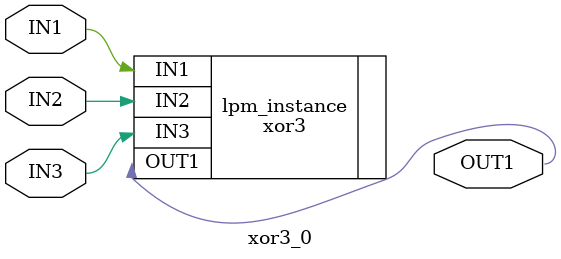
<source format=v>



module xor3_0(IN3,IN1,IN2,OUT1);
input IN3;
input IN1;
input IN2;
output OUT1;

xor3	lpm_instance(.IN3(IN3),.IN1(IN1),.IN2(IN2),.OUT1(OUT1));

endmodule

</source>
